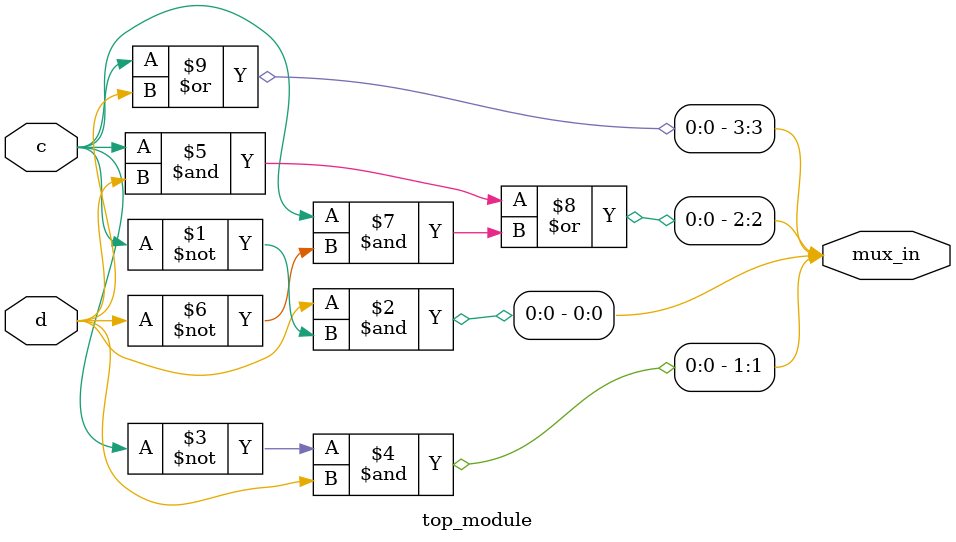
<source format=sv>
module top_module (
	input c,
	input d,
	output [3:0] mux_in
);

    // Define mux inputs based on the Karnaugh map
    // ab = 00 -> 0, 01 -> 0, 11 -> 0, 10 -> 1
    assign mux_in[0] = d & ~c;  // 1 for (c,d) = 00, 01, 11, 10 (Labelling issues)
    // ab = 01 -> 1, 01 -> 0, 11 -> 0, 10 -> 0
    assign mux_in[1] = ~c & d; // 1 for (c,d) = 00, 01, 11, 10
    // ab = 11 -> 1, 01 -> 0, 01 -> 1, 10 -> 1
    assign mux_in[2] = c & d | c & ~d;      // 1 for (c,d) = 00, 01, 11, 10
    // ab = 10 -> 1, 01 -> 0, 01 -> 0, 10 -> 1
    assign mux_in[3] =  c | d;  // always 1

endmodule

</source>
